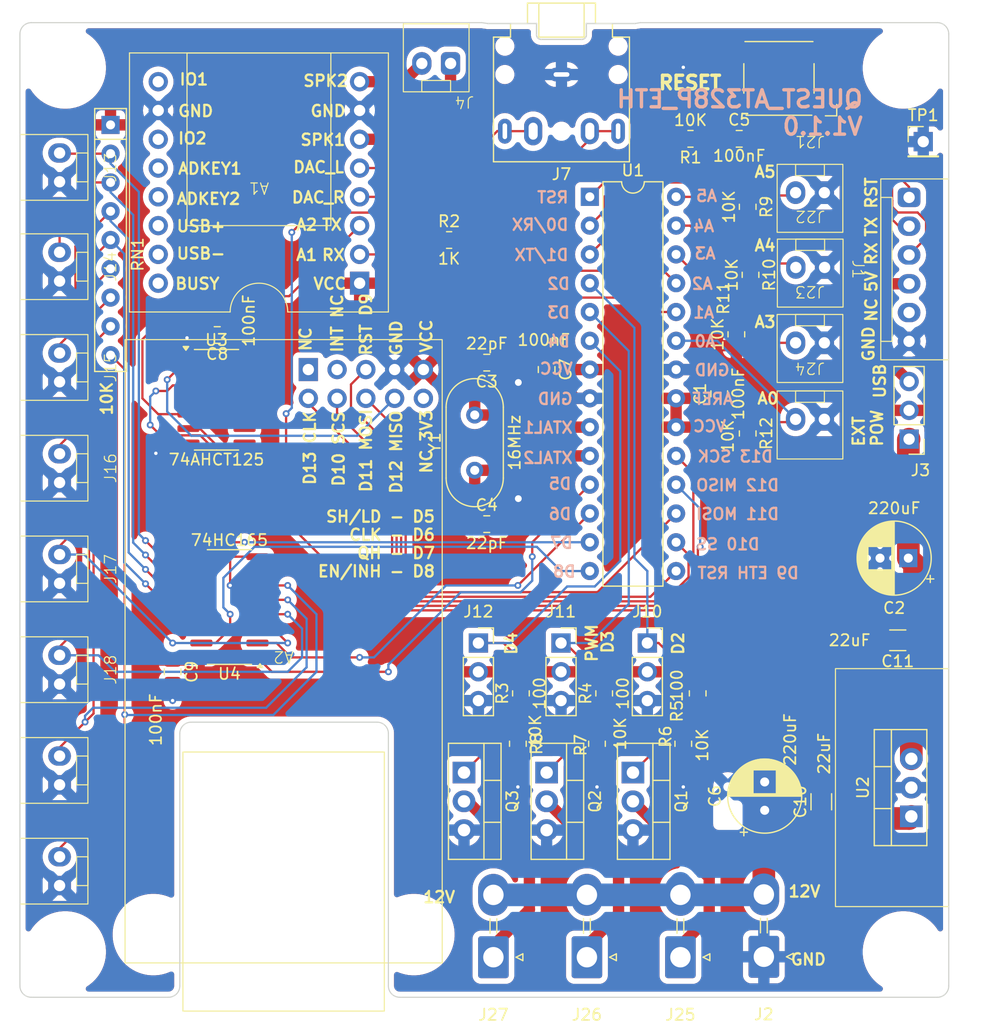
<source format=kicad_pcb>
(kicad_pcb (version 20240108) (generator "pcbnew") (generator_version "8.0")
  (layers (0 "F.Cu" signal) (31 "B.Cu" signal) (34 "B.Paste" user) (35 "F.Paste" user) (36 "B.SilkS" user "B.Silkscreen") (37 "F.SilkS" user "F.Silkscreen") (38 "B.Mask" user) (39 "F.Mask" user) (44 "Edge.Cuts" user))
  (net 0 "")
  (net 1 "GND")
  (net 3 "VCC")
  (net 4 "Net-(A1-SPK2)")
  (net 5 "Net-(A1-TX)")
  (net 8 "Net-(A1-DAC_L)")
  (net 9 "Net-(A1-DAC_R)")
  (net 11 "Net-(A1-RX)")
  (net 15 "Net-(A1-SPK1)")
  (net 16 "Net-(U1-XTAL1{slash}PB6)")
  (net 17 "Net-(U1-XTAL2{slash}PB7)")
  (net 18 "Net-(J1-Pin_1)")
  (net 20 "Net-(J1-Pin_3)")
  (net 21 "Net-(J1-Pin_2)")
  (net 22 "Net-(J1-Pin_4)")
  (net 23 "Net-(U1-PC1)")
  (net 25 "Net-(A2-RST)")
  (net 28 "Net-(A2-SCLK)")
  (net 29 "Net-(A2-MISO)")
  (net 30 "Net-(A2-MOSI)")
  (net 31 "Net-(A2-SCS)")
  (net 32 "Net-(U1-PC2)")
  (net 39 "Net-(J10-Pin_1)")
  (net 40 "Net-(J11-Pin_1)")
  (net 41 "Net-(J12-Pin_1)")
  (net 42 "Net-(J18-Pin_2)")
  (net 43 "Net-(J13-Pin_2)")
  (net 44 "Net-(J14-Pin_2)")
  (net 45 "Net-(J15-Pin_2)")
  (net 46 "Net-(J19-Pin_2)")
  (net 47 "Net-(J17-Pin_2)")
  (net 48 "Net-(J20-Pin_2)")
  (net 49 "Net-(J16-Pin_2)")
  (net 50 "Net-(U1-PD7)")
  (net 51 "Net-(U1-PB0)")
  (net 52 "Net-(U1-PD5)")
  (net 53 "Net-(U1-PD6)")
  (net 55 "Net-(J21-Pin_2)")
  (net 56 "Net-(J22-Pin_2)")
  (net 57 "Net-(J23-Pin_2)")
  (net 58 "Net-(J24-Pin_2)")
  (net 59 "Net-(J25-Pin_1)")
  (net 60 "Net-(J26-Pin_1)")
  (net 61 "Net-(J27-Pin_1)")
  (net 62 "Net-(Q1-G)")
  (net 63 "Net-(Q2-G)")
  (net 64 "Net-(Q3-G)")
  (net 65 "Net-(U1-~{RESET}{slash}PC6)")
  (net 66 "Net-(U1-PB4)")
  (net 67 "5VPowerOut")
  (net 68 "12VPowerIn")
  (footprint "Package_TO_SOT_THT:TO-220-3_Vertical" (layer "F.Cu") (at 56.205 90.17 -90)
    (property "Reference" "Q3")
    (property "Value" "IRLZ44N")
  )
  (footprint "Connector_Connfly:Connector_Connfly_P2.54_2P_R" (layer "F.Cu") (at 25.5 54.423 90)
    (property "Reference" "J15")
    (property "Value" "Conn_01x02" (hide yes))
  )
  (footprint "Connector_Connfly:Connector_Connfly_P2.54_2P_R" (layer "F.Cu") (at 25.5 81.093 90)
    (property "Reference" "J18")
    (property "Value" "Conn_01x02" (hide yes))
  )
  (footprint "MountingHole:MountingHole_3.2mm_M3" (layer "F.Cu") (at 95 106)
    (property "Reference" "REF**" (hide yes))
    (property "Value" "MountingHole_3.2mm_M3" (hide yes))
  )
  (footprint "Resistor_SMD:R_0805_2012Metric_Pad1.20x1.40mm_HandSolder" (layer "F.Cu") (at 67.945 87.63 -90)
    (property "Reference" "R7")
    (property "Value" "10K")
  )
  (footprint "Connector_Connfly:Connector_Connfly_P2.54_6P_R" (layer "F.Cu") (at 90.5 45.77 -90)
    (property "Reference" "J1")
    (property "Value" "Conn_01x06_Pin")
  )
  (footprint "Connector_PinHeader_2.54mm:PinHeader_1x03_P2.54mm_Vertical" (layer "F.Cu") (at 95.5 60.75 180)
    (property "Reference" "J3")
    (property "Value" "Conn_01x03_Pin")
  )
  (footprint "Connector_PinSocket_2.54mm:PinSocket_1x03_P2.54mm_Vertical" (layer "F.Cu") (at 57.475 78.74)
    (property "Reference" "J12")
    (property "Value" "Conn_01x03")
  )
  (footprint "Connector_Connfly:Connector_Connfly_P2.54_2P_R" (layer "F.Cu") (at 86.75 54 180)
    (property "Reference" "J24")
    (property "Value" "Conn_01x02")
  )
  (footprint "Capacitor_SMD:C_0805_2012Metric_Pad1.18x1.45mm_HandSolder" (layer "F.Cu") (at 78.74 56.75 90)
    (property "Reference" "C1")
    (property "Value" "100nF")
  )
  (footprint "Package_TO_SOT_THT:TO-220-3_Vertical" (layer "F.Cu") (at 71.12 90.17 -90)
    (property "Reference" "Q1")
    (property "Value" "IRLZ44N")
  )
  (footprint "Resistor_SMD:R_0805_2012Metric_Pad1.20x1.40mm_HandSolder" (layer "F.Cu") (at 81.25 40.25 -90)
    (property "Reference" "R9")
    (property "Value" "10K")
  )
  (footprint "Resistor_SMD:R_0805_2012Metric_Pad1.20x1.40mm_HandSolder" (layer "F.Cu") (at 75.565 87.63 -90)
    (property "Reference" "R6")
    (property "Value" "10K")
  )
  (footprint "Resistor_SMD:R_0805_2012Metric_Pad1.20x1.40mm_HandSolder" (layer "F.Cu") (at 76.2 34.25 180)
    (property "Reference" "R1")
    (property "Value" "10K")
  )
  (footprint "MountingHole:MountingHole_3.2mm_M3" (layer "F.Cu") (at 95 28)
    (property "Reference" "REF**" (hide yes))
    (property "Value" "MountingHole_3.2mm_M3" (hide yes))
  )
  (footprint "Capacitor_SMD:C_1206_3216Metric" (layer "F.Cu") (at 87.75 92.75 90)
    (property "Reference" "C10")
    (property "Value" "22uF")
  )
  (footprint "Package_SO:SOIC-14_3.9x8.7mm_P1.27mm" (layer "F.Cu") (at 34.355 57.277)
    (property "Reference" "U3")
    (property "Value" "74AHCT125")
  )
  (footprint "Connector_Connfly:Connector_Connfly_P2.54_2P_R" (layer "F.Cu") (at 25.5 36.77 90)
    (property "Reference" "J13")
    (property "Value" "Conn_01x02" (hide yes))
  )
  (footprint "Connector_Connfly:Connector_Connfly_P2.54_2P_R" (layer "F.Cu") (at 25.5 89.983 90)
    (property "Reference" "J19" (hide yes))
    (property "Value" "Conn_01x02" (hide yes))
  )
  (footprint "Capacitor_SMD:C_0805_2012Metric_Pad1.18x1.45mm_HandSolder" (layer "F.Cu") (at 58.2125 54 180)
    (property "Reference" "C3")
    (property "Value" "22pF")
  )
  (footprint "Connector_Connfly:Connector_Connfly_P2.54_2P_R" (layer "F.Cu") (at 25.5 45.533 90)
    (property "Reference" "J14")
    (property "Value" "Conn_01x02" (hide yes))
  )
  (footprint "MountingHole:MountingHole_3.2mm_M3" (layer "F.Cu") (at 21 28)
    (property "Reference" "REF**" (hide yes))
    (property "Value" "MountingHole_3.2mm_M3" (hide yes))
  )
  (footprint "Connector_Connfly:Connector_Connfly_P2.54_2P_R" (layer "F.Cu") (at 25.5 98.873 90)
    (property "Reference" "J20" (hide yes))
    (property "Value" "Conn_01x02" (hide yes))
  )
  (footprint "Connector_Connfly:Connector_Connfly_P2.54_2P_R" (layer "F.Cu") (at 25.5 63.313 90)
    (property "Reference" "J16")
    (property "Value" "Conn_01x02" (hide yes))
  )
  (footprint "Capacitor_SMD:C_0805_2012Metric_Pad1.18x1.45mm_HandSolder" (layer "F.Cu") (at 34.417 51.562 180)
    (property "Reference" "C8")
    (property "Value" "100nF")
  )
  (footprint "Button_Switch_SMD:SW_SPST_Omron_B3FS-100xP" (layer "F.Cu") (at 84.01 28.92 180)
    (property "Reference" "SW1" (hide yes))
    (property "Value" "SW_Omron_B3FS" (hide yes))
  )
  (footprint "Package_DIP:DIP-28_W7.62mm" (layer "F.Cu") (at 67.31 39.37)
    (property "Reference" "U1")
    (property "Value" "ATmega328P-P")
  )
  (footprint "Crystal:Crystal_HC49-U_Vertical" (layer "F.Cu") (at 57.15 63.5 90)
    (property "Reference" "Y1")
    (property "Value" "16MHz")
  )
  (footprint "Capacitor_SMD:C_0805_2012Metric_Pad1.18x1.45mm_HandSolder" (layer "F.Cu") (at 30.48 81.28 -90)
    (property "Reference" "C9")
    (property "Value" "100nF")
  )
  (footprint "Resistor_SMD:R_0805_2012Metric_Pad1.20x1.40mm_HandSolder" (layer "F.Cu") (at 60.96 87.63 -90)
    (property "Reference" "R8")
    (property "Value" "10K")
  )
  (footprint "Connector_PinSocket_2.54mm:PinSocket_1x03_P2.54mm_Vertical" (layer "F.Cu") (at 72.39 78.74)
    (property "Reference" "J10")
    (property "Value" "Conn_01x03")
  )
  (footprint "Connector_Connfly:Connector_Connfly_P2.54_2P" (layer "F.Cu") (at 53.75 22.6 180)
    (property "Reference" "J4")
    (property "Value" "Conn_01x02")
  )
  (footprint "Resistor_SMD:R_0805_2012Metric_Pad1.20x1.40mm_HandSolder" (layer "F.Cu") (at 68.58 83.185 90)
    (property "Reference" "R4")
    (property "Value" "100")
  )
  (footprint "Connector_PinSocket_2.54mm:PinSocket_1x03_P2.54mm_Vertical" (layer "F.Cu") (at 64.77 78.74)
    (property "Reference" "J11")
    (property "Value" "Conn_01x03")
  )
  (footprint "Resistor_THT:R_Array_SIP9" (layer "F.Cu") (at 25 33.02 -90)
    (property "Reference" "RN1")
    (property "Value" "10K" (hide yes))
  )
  (footprint "Capacitor_SMD:C_1206_3216Metric" (layer "F.Cu") (at 94.5 78.5 180)
    (property "Reference" "C11")
    (property "Value" "22uF")
  )
  (footprint "Connector_Connfly:Connector_Connfly_P2.54_2P_R" (layer "F.Cu") (at 86.75 34 180)
    (property "Reference" "J21")
    (property "Value" "Conn_01x02")
  )
  (footprint "Connector_Audio:Jack_3.5mm_CUI_SJ1-3525N_Horizontal" (layer "F.Cu") (at 64.81 28.575 180)
    (property "Reference" "J7")
    (property "Value" "AudioJack3_SwitchTR")
    (fp_line (start 2.2 4.5) (end 6.5 4.5) (stroke (width 0.12)) (layer "Edge.Cuts"))
    (fp_line (start 2.2 3.5) (end 2.2 4.5) (stroke (width 0.12)) (layer "Edge.Cuts"))
    (fp_line (start 1.8 3.1) (end -1.8 3.1) (stroke (width 0.12)) (layer "Edge.Cuts"))
    (fp_line (start -2.2 4.5) (end -6.5 4.5) (stroke (width 0.12)) (layer "Edge.Cuts"))
    (fp_line (start -2.2 3.5) (end -2.2 4.5) (stroke (width 0.12)) (layer "Edge.Cuts"))
    (fp_arc (start 1.8 3.1) (mid 2.082843 3.217157) (end 2.2 3.5) (stroke (width 0.12)) (layer "Edge.Cuts"))
    (fp_arc (start -2.2 3.5) (mid -2.082842 3.217158) (end -1.8 3.1) (stroke (width 0.12)) (layer "Edge.Cuts"))
  )
  (footprint "MountingHole:MountingHole_3.2mm_M3" (layer "F.Cu") (at 21 106)
    (property "Reference" "REF**" (hide yes))
    (property "Value" "MountingHole_3.2mm_M3" (hide yes))
  )
  (footprint "Wiznet:W5500Module" (layer "F.Cu") (at 40.28 79.47 180)
    (property "Reference" "A2")
    (property "Value" "~")
  )
  (footprint "Connector_Molex:Molex_Mini-Fit_Jr_5569-02A2_2x01_P4.20mm_Horizontal_Hanging" (layer "F.Cu") (at 67.056 106.465 180)
    (property "Reference" "J26")
    (property "Value" "Conn_02x01")
  )
  (footprint "Capacitor_THT:CP_Radial_D6.3mm_P2.50mm" (layer "F.Cu") (at 82.75 93.5 90)
    (property "Reference" "C6")
    (property "Value" "220uF")
  )
  (footprint "Resistor_SMD:R_0805_2012Metric_Pad1.20x1.40mm_HandSolder" (layer "F.Cu") (at 80.25 51.5 -90)
    (property "Reference" "R11")
    (property "Value" "10K")
  )
  (footprint "Capacitor_SMD:C_0805_2012Metric_Pad1.18x1.45mm_HandSolder" (layer "F.Cu") (at 58.2125 68.25)
    (property "Reference" "C4")
    (property "Value" "22pF")
  )
  (footprint "Resistor_SMD:R_0805_2012Metric_Pad1.20x1.40mm_HandSolder" (layer "F.Cu") (at 54.89 43.18)
    (property "Reference" "R2")
    (property "Value" "1K")
  )
  (footprint "Connector_PinHeader_2.54mm:PinHeader_1x01_P2.54mm_Vertical" (layer "F.Cu") (at 96.75 34.5)
    (property "Reference" "TP1")
    (property "Value" "TestPoint_Probe")
  )
  (footprint "Package_TO_SOT_THT:TO-220-3_Vertical" (layer "F.Cu") (at 95.695 94.04 90)
    (property "Reference" "U2")
    (property "Value" "LM7805_TO220")
  )
  (footprint "Package_SO:SOIC-16_3.9x9.9mm_P1.27mm" (layer "F.Cu") (at 35.495 75.565 180)
    (property "Reference" "U4")
    (property "Value" "74HC165")
  )
  (footprint "Resistor_SMD:R_0805_2012Metric_Pad1.20x1.40mm_HandSolder" (layer "F.Cu") (at 76.835 83.185 90)
    (property "Reference" "R5")
    (property "Value" "100")
  )
  (footprint "Connector_Connfly:Connector_Connfly_P2.54_2P_R" (layer "F.Cu") (at 25.5 72.203 90)
    (property "Reference" "J17")
    (property "Value" "Conn_01x02" (hide yes))
  )
  (footprint "Connector_Molex:Molex_Mini-Fit_Jr_5569-02A2_2x01_P4.20mm_Horizontal_Hanging" (layer "F.Cu") (at 75.311 106.465 180)
    (property "Reference" "J25")
    (property "Value" "Conn_02x01")
  )
  (footprint "Capacitor_THT:CP_Radial_D6.3mm_P2.50mm" (layer "F.Cu") (at 95.43238 71.25 180)
    (property "Reference" "C2")
    (property "Value" "220uF")
  )
  (footprint "Connector_Connfly:Connector_Connfly_P2.54_2P_R" (layer "F.Cu") (at 86.77 40.6 180)
    (property "Reference" "J22")
    (property "Value" "Conn_01x02")
  )
  (footprint "Resistor_SMD:R_0805_2012Metric_Pad1.20x1.40mm_HandSolder" (layer "F.Cu") (at 61.23 83.185 90)
    (property "Reference" "R3")
    (property "Value" "100")
  )
  (footprint "Package_TO_SOT_THT:TO-220-3_Vertical" (layer "F.Cu") (at 63.5 90.17 -90)
    (property "Reference" "Q2")
    (property "Value" "IRLZ44N")
  )
  (footprint "Resistor_SMD:R_0805_2012Metric_Pad1.20x1.40mm_HandSolder" (layer "F.Cu") (at 81.25 60.25 -90)
    (property "Reference" "R12")
    (property "Value" "10K")
  )
  (footprint "Capacitor_SMD:C_0805_2012Metric_Pad1.18x1.45mm_HandSolder" (layer "F.Cu") (at 80.5 34.25)
    (property "Reference" "C5")
    (property "Value" "100nF")
  )
  (footprint "Resistor_SMD:R_0805_2012Metric_Pad1.20x1.40mm_HandSolder" (layer "F.Cu") (at 81.5 46.25 -90)
    (property "Reference" "R10")
    (property "Value" "10K")
  )
  (footprint "Capacitor_SMD:C_0805_2012Metric_Pad1.18x1.45mm_HandSolder" (layer "F.Cu") (at 63.5 54.61 -90)
    (property "Reference" "C7")
    (property "Value" "100nF")
  )
  (footprint "Connector_Molex:Molex_Mini-Fit_Jr_5569-02A2_2x01_P4.20mm_Horizontal_Hanging" (layer "F.Cu") (at 58.801 106.465 180)
    (property "Reference" "J27")
    (property "Value" "Conn_02x01")
  )
  (footprint "Connector_Molex:Molex_Mini-Fit_Jr_5569-02A2_2x01_P4.20mm_Horizontal_Hanging" (layer "F.Cu") (at 82.677 106.426 180)
    (property "Reference" "J2")
    (property "Value" "Conn_02x01")
  )
  (footprint "DFPlayer:DFPLayerMini" (layer "F.Cu") (at 38.1 38.1 180)
    (property "Reference" "A1")
    (property "Value" "~")
  )
  (footprint "Connector_Connfly:Connector_Connfly_P2.54_2P_R" (layer "F.Cu") (at 86.75 47.25 180)
    (property "Reference" "J23")
    (property "Value" "Conn_01x02")
  )
  (gr_rect (start 89 81) (end 99 102) (stroke (width 0.1)) (fill none) (layer "F.SilkS"))
  (gr_arc (start 17 25) (mid 17.292893 24.292893) (end 18 24) (stroke (width 0.1)) (layer "Edge.Cuts"))
  (gr_arc (start 31.115 109) (mid 30.822107 109.707107) (end 30.115 110) (stroke (width 0.1)) (layer "Edge.Cuts"))
  (gr_arc (start 48.53 85.725) (mid 49.237107 86.017893) (end 49.53 86.725) (stroke (width 0.1)) (layer "Edge.Cuts"))
  (gr_arc (start 99 109) (mid 98.707107 109.707107) (end 98 110) (stroke (width 0.1)) (layer "Edge.Cuts"))
  (gr_arc (start 18 110) (mid 17.292893 109.707107) (end 17 109) (stroke (width 0.1)) (layer "Edge.Cuts"))
  (gr_arc (start 50.53 110) (mid 49.822893 109.707107) (end 49.53 109) (stroke (width 0.1)) (layer "Edge.Cuts"))
  (gr_line (start 49.53 109) (end 49.53 86.725) (stroke (width 0.1)) (layer "Edge.Cuts"))
  (gr_line (start 18 24) (end 57.785 24) (stroke (width 0.1)) (layer "Edge.Cuts"))
  (gr_line (start 17 109) (end 17 25) (stroke (width 0.1)) (layer "Edge.Cuts"))
  (gr_line (start 57.785 24) (end 58.31 24.075) (stroke (width 0.1)) (layer "Edge.Cuts"))
  (gr_line (start 71.755 24) (end 71.31 24.075) (stroke (width 0.1)) (layer "Edge.Cuts"))
  (gr_line (start 99 25) (end 99 109) (stroke (width 0.1)) (layer "Edge.Cuts"))
  (gr_line (start 98 110) (end 50.53 110) (stroke (width 0.1)) (layer "Edge.Cuts"))
  (gr_arc (start 31.115 86.725) (mid 31.407893 86.017893) (end 32.115 85.725) (stroke (width 0.1)) (layer "Edge.Cuts"))
  (gr_line (start 31.115 109) (end 31.115 86.725) (stroke (width 0.1)) (layer "Edge.Cuts"))
  (gr_line (start 18 110) (end 30.115 110) (stroke (width 0.1)) (layer "Edge.Cuts"))
  (gr_line (start 32.115 85.725) (end 48.53 85.725) (stroke (width 0.1)) (layer "Edge.Cuts"))
  (gr_arc (start 98 24) (mid 98.707107 24.292893) (end 99 25) (stroke (width 0.1)) (layer "Edge.Cuts"))
  (gr_line (start 98 24) (end 71.755 24) (stroke (width 0.1)) (layer "Edge.Cuts"))
  (gr_text "XTAL2" (at 65.913 62.992 0) (layer "B.SilkS") (effects (font (size 1 1) (thickness 0.2) (bold yes)) (justify left bottom mirror)))
  (gr_text "D5" (at 65.786 65.278 0) (layer "B.SilkS") (effects (font (size 1 1) (thickness 0.2) (bold yes)) (justify left bottom mirror)))
  (gr_text "D4" (at 65.659 52.705 0) (layer "B.SilkS") (effects (font (size 1 1) (thickness 0.2) (bold yes)) (justify left bottom mirror)))
  (gr_text "D3" (at 65.659 50.165 0) (layer "B.SilkS") (effects (font (size 1 1) (thickness 0.2) (bold yes)) (justify left bottom mirror)))
  (gr_text "D10 SS" (at 76.581 70.612 0) (layer "B.SilkS") (effects (font (size 1 1) (thickness 0.2) (bold yes)) (justify right bottom mirror)))
  (gr_text "XTAL1" (at 65.913 60.325 0) (layer "B.SilkS") (effects (font (size 1 1) (thickness 0.2) (bold yes)) (justify left bottom mirror)))
  (gr_text "RST" (at 65.532 40.005 0) (layer "B.SilkS") (effects (font (size 1 1) (thickness 0.2) (bold yes)) (justify left bottom mirror)))
  (gr_text "D6" (at 65.786 67.945 0) (layer "B.SilkS") (effects (font (size 1 1) (thickness 0.2) (bold yes)) (justify left bottom mirror)))
  (gr_text "A3" (at 76.454 44.958 0) (layer "B.SilkS") (effects (font (size 1 1) (thickness 0.2) (bold yes)) (justify right bottom mirror)))
  (gr_text "VCC" (at 65.913 55.118 0) (layer "B.SilkS") (effects (font (size 1 1) (thickness 0.2) (bold yes)) (justify left bottom mirror)))
  (gr_text "D12 MISO" (at 76.581 65.405 0) (layer "B.SilkS") (effects (font (size 1 1) (thickness 0.2) (bold yes)) (justify right bottom mirror)))
  (gr_text "AREF" (at 76.2 57.785 0) (layer "B.SilkS") (effects (font (size 1 1) (thickness 0.2) (bold yes)) (justify right bottom mirror)))
  (gr_text "A0" (at 76.454 52.705 0) (layer "B.SilkS") (effects (font (size 1 1) (thickness 0.2) (bold yes)) (justify right bottom mirror)))
  (gr_text "D11 MOSI" (at 76.581 67.945 0) (layer "B.SilkS") (effects (font (size 1 1) (thickness 0.2) (bold yes)) (justify right bottom mirror)))
  (gr_text "D1/TX" (at 65.532 45.085 0) (layer "B.SilkS") (effects (font (size 1 1) (thickness 0.2) (bold yes)) (justify left bottom mirror)))
  (gr_text "A2" (at 76.2 47.625 0) (layer "B.SilkS") (effects (font (size 1 1) (thickness 0.2) (bold yes)) (justify right bottom mirror)))
  (gr_text "D0/RX" (at 65.532 42.418 0) (layer "B.SilkS") (effects (font (size 1 1) (thickness 0.2) (bold yes)) (justify left bottom mirror)))
  (gr_text "A5" (at 76.581 39.878 0) (layer "B.SilkS") (effects (font (size 1 1) (thickness 0.2) (bold yes)) (justify right bottom mirror)))
  (gr_text "D9 ETH RST" (at 76.708 73.152 0) (layer "B.SilkS") (effects (font (size 1 1) (thickness 0.2) (bold yes)) (justify right bottom mirror)))
  (gr_text "D13 SCK" (at 76.708 62.865 0) (layer "B.SilkS") (effects (font (size 1 1) (thickness 0.2) (bold yes)) (justify right bottom mirror)))
  (gr_text "A4" (at 76.327 42.545 0) (layer "B.SilkS") (effects (font (size 1 1) (thickness 0.2) (bold yes)) (justify right bottom mirror)))
  (gr_text "D8" (at 66.167 73.025 0) (layer "B.SilkS") (effects (font (size 1 1) (thickness 0.2) (bold yes)) (justify left bottom mirror)))
  (gr_text "VCC" (at 76.327 60.198 0) (layer "B.SilkS") (effects (font (size 1 1) (thickness 0.2) (bold yes)) (justify right bottom mirror)))
  (gr_text "QUEST_AT328P_ETH\nV1.1.0" (at 91.567 34.036 0) (layer "B.SilkS") (effects (font (size 1.5 1.5) (thickness 0.3) (bold yes)) (justify left bottom mirror)))
  (gr_text "D2" (at 65.659 47.625 0) (layer "B.SilkS") (effects (font (size 1 1) (thickness 0.2) (bold yes)) (justify left bottom mirror)))
  (gr_text "A1" (at 76.327 50.165 0) (layer "B.SilkS") (effects (font (size 1 1) (thickness 0.2) (bold yes)) (justify right bottom mirror)))
  (gr_text "GND" (at 76.454 55.245 0) (layer "B.SilkS") (effects (font (size 1 1) (thickness 0.2) (bold yes)) (justify right bottom mirror)))
  (gr_text "D7" (at 65.913 70.485 0) (layer "B.SilkS") (effects (font (size 1 1) (thickness 0.2) (bold yes)) (justify left bottom mirror)))
  (gr_text "GND" (at 65.913 57.785 0) (layer "B.SilkS") (effects (font (size 1 1) (thickness 0.2) (bold yes)) (justify left bottom mirror)))
  (gr_text "GND" (at 50.8 53.467 90) (layer "F.SilkS") (effects (font (size 1 1) (thickness 0.2) (bold yes)) (justify left bottom)))
  (gr_text "NC" (at 92.75 50.5 90) (layer "F.SilkS") (effects (font (size 1 1) (thickness 0.2) (bold yes)) (justify left bottom)))
  (gr_text "GND" (at 30.861 32.385 0) (layer "F.SilkS") (effects (font (size 1 1) (thickness 0.2) (bold yes)) (justify left bottom)))
  (gr_text "TX" (at 92.75 43 90) (layer "F.SilkS") (effects (font (size 1 1) (thickness 0.2) (bold yes)) (justify left bottom)))
  (gr_text "RX" (at 92.75 45.5 90) (layer "F.SilkS") (effects (font (size 1 1) (thickness 0.2) (bold yes)) (justify left bottom)))
  (gr_text "GND" (at 92.5 54 90) (layer "F.SilkS") (effects (font (size 1 1) (thickness 0.2) (bold yes)) (justify left bottom)))
  (gr_text "USB+" (at 30.734 42.545 0) (layer "F.SilkS") (effects (font (size 1 1) (thickness 0.2) (bold yes)) (justify left bottom)))
  (gr_text "NC 3V3" (at 53.467 63.881 90) (layer "F.SilkS") (effects (font (size 1 1) (thickness 0.2) (bold yes)) (justify left bottom)))
  (gr_text "10K" (at 25.25 58.75 90) (layer "F.SilkS") (effects (font (size 1 1) (thickness 0.2) (bold yes)) (justify left bottom)))
  (gr_text "PWM" (at 68.072 80.518 90) (layer "F.SilkS") (effects (font (size 1 1) (thickness 0.2) (bold yes)) (justify left bottom)))
  (gr_text "GND" (at 42.545 32.385 0) (layer "F.SilkS") (effects (font (size 1 1) (thickness 0.2) (bold yes)) (justify left bottom)))
  (gr_text "DAC_R" (at 40.894 40.005 0) (layer "F.SilkS") (effects (font (size 1 1) (thickness 0.2) (bold yes)) (justify left bottom)))
  (gr_text "D12 MISO" (at 50.8 65.659 90) (layer "F.SilkS") (effects (font (size 1 1) (thickness 0.2) (bold yes)) (justify left bottom)))
  (gr_text "RESET\n" (at 73.25 30 0) (layer "F.SilkS") (effects (font (size 1.2 1.2) (thickness 0.3) (bold yes)) (justify left bottom)))
  (gr_text "VCC" (at 42.799 47.625 0) (layer "F.SilkS") (effects (font (size 1 1) (thickness 0.2) (bold yes)) (justify left bottom)))
  (gr_text "BUSY" (at 30.607 47.625 0) (layer "F.SilkS") (effects (font (size 1 1) (thickness 0.2) (bold yes)) (justify left bottom)))
  (gr_text "A5" (at 81.75 37.75 0) (layer "F.SilkS") (effects (font (size 1 1) (thickness 0.2) (bold yes)) (justify left bottom)))
  (gr_text "RX" (at 43.561 45.085 0) (layer "F.SilkS") (effects (font (size 1 1) (thickness 0.2) (bold yes)) (justify left bottom)))
  (gr_text "ADKEY2" (at 30.734 40.132 0) (layer "F.SilkS") (effects (font (size 1 1) (thickness 0.2) (bold yes)) (justify left bottom)))
  (gr_text "12V" (at 84.75 101.25 0) (layer "F.SilkS") (effects (font (size 1 1) (thickness 0.2) (bold yes)) (justify left bottom)))
  (gr_text "D3" (at 69.469 79.756 90) (layer "F.SilkS") (effects (font (size 1 1) (thickness 0.2) (bold yes)) (justify left bottom)))
  (gr_text "5V" (at 92.75 47.879 90) (layer "F.SilkS") (effects (font (size 1 1) (thickness 0.2) (bold yes)) (justify left bottom)))
  (gr_text "SPK2" (at 41.91 29.718 0) (layer "F.SilkS") (effects (font (size 1 1) (thickness 0.2) (bold yes)) (justify left bottom)))
  (gr_text "USB-" (at 30.734 44.958 0) (layer "F.SilkS") (effects (font (size 1 1) (thickness 0.2) (bold yes)) (justify left bottom)))
  (gr_text "GND" (at 84.955 107.25 0) (layer "F.SilkS") (effects (font (size 1 1) (thickness 0.2) (bold yes)) (justify left bottom)))
  (gr_text "A4" (at 81.75 44.25 0) (layer "F.SilkS") (effects (font (size 1 1) (thickness 0.2) (bold yes)) (justify left bottom)))
  (gr_text "D4" (at 60.96 79.883 90) (layer "F.SilkS") (effects (font (size 1 1) (thickness 0.2) (bold yes)) (justify left bottom)))
  (gr_text "D10 SCS" (at 45.72 65.024 90) (layer "F.SilkS") (effects (font (size 1 1) (thickness 0.2) (bold yes)) (justify left bottom)))
  (gr_text "USB" (at 93.5 57.25 90) (layer "F.SilkS") (effects (font (size 1 1) (thickness 0.2) (bold yes)) (justify left bottom)))
  (gr_text "INT NC" (at 45.593 53.213 90) (layer "F.SilkS") (effects (font (size 1 1) (thickness 0.2) (bold yes)) (justify left bottom)))
  (gr_text "D2" (at 75.692 79.883 90) (layer "F.SilkS") (effects (font (size 1 1) (thickness 0.2) (bold yes)) (justify left bottom)))
  (gr_text "EXT\nPOW" (at 93.25 61.5 90) (layer "F.SilkS") (effects (font (size 1 1) (thickness 0.2) (bold yes)) (justify left bottom)))
  (gr_text "SPK1" (at 41.656 34.925 0) (layer "F.SilkS") (effects (font (size 1 1) (thickness 0.2) (bold yes)) (justify left bottom)))
  (gr_text "TX" (at 43.561 42.418 0) (layer "F.SilkS") (effects (font (size 1 1) (thickness 0.2) (bold yes)) (justify left bottom)))
  (gr_text "IO1" (at 30.988 29.591 0) (layer "F.SilkS") (effects (font (size 1 1) (thickness 0.2) (bold yes)) (justify left bottom)))
  (gr_text "IO2" (at 30.861 34.798 0) (layer "F.SilkS") (effects (font (size 1 1) (thickness 0.2) (bold yes)) (justify left bottom)))
  (gr_text "D11 MOSI" (at 48.133 65.532 90) (layer "F.SilkS") (effects (font (size 1 1) (thickness 0.2) (bold yes)) (justify left bottom)))
  (gr_text "RST D9" (at 48.133 53.467 90) (layer "F.SilkS") (effects (font (size 1 1) (thickness 0.2) (bold yes)) (justify left bottom)))
  (gr_text "A3" (at 81.75 51 0) (layer "F.SilkS") (effects (font (size 1 1) (thickness 0.2) (bold yes)) (justify left bottom)))
  (gr_text "NC" (at 42.799 53.086 90) (layer "F.SilkS") (effects (font (size 1 1) (thickness 0.2) (bold yes)) (justify left bottom)))
  (gr_text "VCC" (at 53.467 53.213 90) (layer "F.SilkS") (effects (font (size 1 1) (thickness 0.2) (bold yes)) (justify left bottom)))
  (gr_text "12V" (at 52.5 101.75 0) (layer "F.SilkS") (effects (font (size 1 1) (thickness 0.2) (bold yes)) (justify left bottom)))
  (gr_text "A2" (at 41.275 42.418 0) (layer "F.SilkS") (effects (font (size 1 1) (thickness 0.2) (bold yes)) (justify left bottom)))
  (gr_text "D13 CLK" (at 43.18 64.897 90) (layer "F.SilkS") (effects (font (size 1 1) (thickness 0.2) (bold yes)) (justify left bottom)))
  (gr_text "A1" (at 41.275 45.085 0) (layer "F.SilkS") (effects (font (size 1 1) (thickness 0.2) (bold yes)) (justify left bottom)))
  (gr_text "SH/LD - D5\nCLK - D6\nQH - D7\nEN/INH - D8" (at 53.75 73 0) (layer "F.SilkS") (effects (font (size 1 1) (thickness 0.2) (bold yes)) (justify right bottom)))
  (gr_text "RST" (at 92.75 40.513 90) (layer "F.SilkS") (effects (font (size 1 1) (thickness 0.2) (bold yes)) (justify left bottom)))
  (gr_text "DAC_L" (at 41.021 37.338 0) (layer "F.SilkS") (effects (font (size 1 1) (thickness 0.2) (bold yes)) (justify left bottom)))
  (gr_text "A0" (at 82 57.75 0) (layer "F.SilkS") (effects (font (size 1 1) (thickness 0.2) (bold yes)) (justify left bottom)))
  (gr_text "ADKEY1" (at 30.861 37.465 0) (layer "F.SilkS") (effects (font (size 1 1) (thickness 0.2) (bold yes)) (justify left bottom)))
  (segment (start 29.913 61.087) (end 29 62) (width 0.2) (layer "F.Cu") (net 1))
  (segment (start 31.88 53.467) (end 32.854999 53.467) (width 0.2) (layer "F.Cu") (net 1))
  (segment (start 75.565 88.63) (end 75.565 91.44) (width 0.2) (layer "F.Cu") (net 1))
  (segment (start 32.004 51.562) (end 31.75 51.816) (width 0.2) (layer "F.Cu") (net 1))
  (segment (start 59.25 68.25) (end 59.25 67.75) (width 1) (layer "F.Cu") (net 1))
  (segment (start 35.56 71.12) (end 35.56 73.66) (width 0.2) (layer "F.Cu") (net 1))
  (segment (start 32.854999 53.467) (end 33.5 54.112001) (width 0.2) (layer "F.Cu") (net 1))
  (segment (start 32.854999 57.277) (end 31.88 57.277) (width 0.2) (layer "F.Cu") (net 1))
  (segment (start 76.835 26.67) (end 75.565 27.94) (width 0.2) (layer "F.Cu") (net 1))
  (segment (start 61 55.75) (end 63.3975 55.75) (width 1) (layer "F.Cu") (net 1))
  (segment (start 80.01 26.67) (end 76.835 26.67) (width 0.2) (layer "F.Cu") (net 1))
  (segment (start 31.88 51.946) (end 31.75 51.816) (width 0.2) (layer "F.Cu") (net 1))
  (segment (start 67.31 57.15) (end 66.04 57.15) (width 1) (layer "F.Cu") (net 1))
  (segment (start 60.96 88.63) (end 60.96 91.44) (width 0.2) (layer "F.Cu") (net 1))
  (segment (start 34.29 72.39) (end 35.56 71.12) (width 0.2) (layer "F.Cu") (net 1))
  (segment (start 33.5 56.631999) (end 32.854999 57.277) (width 0.2) (layer "F.Cu") (net 1))
  (segment (start 87.75 91.275) (end 83.025 91.275) (width 1) (layer "F.Cu") (net 1))
  (segment (start 59.25 67.75) (end 61 66) (width 1) (layer "F.Cu") (net 1))
  (segment (start 59.25 54) (end 61 55.75) (width 1) (layer "F.Cu") (net 1))
  (segment (start 30.48 82.3175) (end 30.48 83.82) (width 0.2) (layer "F.Cu") (net 1))
  (segment (start 33.3795 51.562) (end 32.004 51.562) (width 0.2) (layer "F.Cu") (net 1))
  (segment (start 67.945 88.63) (end 67.945 91.44) (width 0.2) (layer "F.Cu") (net 1))
  (segment (start 77.6375 54.61) (end 78.74 55.7125) (width 1) (layer "F.Cu") (net 1))
  (segment (start 66.04 57.15) (end 64.975 56.085) (width 1) (layer "F.Cu") (net 1))
  (segment (start 33.5 54.112001) (end 33.5 56.631999) (width 0.2) (layer "F.Cu") (net 1))
  (segment (start 63.3975 55.75) (end 63.5 55.6475) (width 1) (layer "F.Cu") (net 1))
  (segment (start 64.975 56.085) (end 63.5 56.085) (width 1) (layer "F.Cu") (net 1))
  (segment (start 33.02 72.39) (end 34.29 72.39) (width 0.2) (layer "F.Cu") (net 1))
  (segment (start 31.88 61.087) (end 29.913 61.087) (width 0.2) (layer "F.Cu") (net 1))
  (segment (start 74.93 54.61) (end 77.6375 54.61) (width 1) (layer "F.Cu") (net 1))
  (segment (start 83.025 91.275) (end 82.75 91) (width 1) (layer "F.Cu") (net 1))
  (segment (start 37.97 71.12) (end 35.56 71.12) (width 0.2) (layer "F.Cu") (net 1))
  (segment (start 88.01 26.67) (end 80.01 26.67) (width 0.2) (layer "F.Cu") (net 1))
  (segment (start 31.88 53.467) (end 31.88 51.946) (width 0.2) (layer "F.Cu") (net 1))
  (via (at 60.96 91.44) (size 0.6) (drill 0.3) (layers "F.Cu" "B.Cu") (net 1))
  (via (at 75.565 91.44) (size 0.6) (drill 0.3) (layers "F.Cu" "B.Cu") (net 1))
  (via (at 61 55.75) (size 1.2) (drill 0.6) (layers "F.Cu" "B.Cu") (net 1))
  (via (at 75.565 27.94) (size 0.6) (drill 0.3) (layers "F.Cu" "B.Cu") (net 1))
  (via (at 61 66) (size 1.2) (drill 0.6) (layers "F.Cu" "B.Cu") (net 1))
  (via (at 30.48 83.82) (size 0.6) (drill 0.3) (layers "F.Cu" "B.Cu") (net 1))
  (via (at 67.945 91.44) (size 0.6) (drill 0.3) (layers "F.Cu" "B.Cu") (net 1))
  (via (at 35.56 73.66) (size 0.6) (drill 0.3) (layers "F.Cu" "B.Cu") (net 1))
  (via (at 29 62) (size 0.6) (drill 0.3) (layers "F.Cu" "B.Cu") (net 1))
  (via (at 31.75 51.816) (size 0.6) (drill 0.3) (layers "F.Cu" "B.Cu") (net 1))
  (segment (start 50.87 29.21) (end 52.48 27.6) (width 1) (layer "F.Cu") (net 4))
  (segment (start 46.99 29.21) (end 50.87 29.21) (width 1) (layer "F.Cu") (net 4))
  (segment (start 46.99 41.91) (end 40.767 48.133) (width 0.2) (layer "F.Cu") (net 5))
  (segment (start 29.21 58.547) (end 31.88 58.547) (width 0.2) (layer "F.Cu") (net 5))
  (segment (start 27.813 51.943) (end 27.813 57.15) (width 0.2) (layer "F.Cu") (net 5))
  (segment (start 27.813 57.15) (end 29.21 58.547) (width 0.2) (layer "F.Cu") (net 5))
  (segment (start 31.623 48.133) (end 27.813 51.943) (width 0.2) (layer "F.Cu") (net 5))
  (segment (start 40.767 48.133) (end 31.623 48.133) (width 0.2) (layer "F.Cu") (net 5))
  (segment (start 46.99 36.83) (end 55.88 36.83) (width 0.2) (layer "F.Cu") (net 8))
  (segment (start 55.88 36.83) (end 59.135 33.575) (width 0.2) (layer "F.Cu") (net 8))
  (segment (start 59.135 33.575) (end 59.81 33.575) (width 0.2) (layer "F.Cu") (net 8))
  (segment (start 59.81 33.575) (end 62.31 33.575) (width 0.2) (layer "F.Cu") (net 8))
  (segment (start 67.31 33.575) (end 69.81 33.575) (width 0.2) (layer "F.Cu") (net 9))
  (segment (start 46.99 39.37) (end 62.23 39.37) (width 0.2) (layer "F.Cu") (net 9))
  (segment (start 67.31 34.29) (end 67.31 33.575) (width 0.2) (layer "F.Cu") (net 9))
  (segment (start 62.23 39.37) (end 67.31 34.29) (width 0.2) (layer "F.Cu") (net 9))
  (segment (start 46.99 44.45) (end 52.07 44.45) (width 0.2) (layer "F.Cu") (net 11))
  (segment (start 52.07 44.45) (end 53.34 43.18) (width 0.2) (layer "F.Cu") (net 11))
  (segment (start 46.99 34.29) (end 53.96 34.29) (width 1) (layer "F.Cu") (net 15))
  (segment (start 53.96 34.29) (end 55.02 33.23) (width 1) (layer "F.Cu") (net 15))
  (segment (start 55.02 33.23) (end 55.02 27.6) (width 1) (layer "F.Cu") (net 15))
  (segment (start 63.1 59.69) (end 62.03 58.62) (width 1) (layer "F.Cu") (net 16))
  (segment (start 62.03 58.62) (end 57.15 58.62) (width 1) (layer "F.Cu") (net 16))
  (segment (start 67.31 59.69) (end 63.1 59.69) (width 1) (layer "F.Cu") (net 16))
  (segment (start 57.15 58.62) (end 57.15 54.0375) (width 1) (layer "F.Cu") (net 16))
  (segment (start 57.15 63.5) (end 57.15 68.4625) (width 1) (layer "F.Cu") (net 17))
  (segment (start 62.23 63.5) (end 63.5 62.23) (width 1) (layer "F.Cu") (net 17))
  (segment (start 57.15 63.5) (end 62.23 63.5) (width 1) (layer "F.Cu") (net 17))
  (segment (start 63.5 62.23) (end 67.31 62.23) (width 1) (layer "F.Cu") (net 17))
  (segment (start 91.25 34.25) (end 95.5 38.5) (width 0.2) (layer "F.Cu") (net 18))
  (segment (start 95.5 38.5) (end 95.5 39.42) (width 0.2) (layer "F.Cu") (net 18))
  (segment (start 81.5375 34.25) (end 91.25 34.25) (width 0.2) (layer "F.Cu") (net 18))
  (segment (start 94 38.55) (end 94 39.684314) (width 0.2) (layer "F.Cu") (net 20))
  (segment (start 96.25 40.75) (end 97 41.5) (width 0.2) (layer "F.Cu") (net 20))
  (segment (start 68.58 40.64) (end 68.58 39.37) (width 0.2) (layer "F.Cu") (net 20))
  (segment (start 68.58 39.37) (end 70.72 37.23) (width 0.2) (layer "F.Cu") (net 20))
  (segment (start 90.725 35.275) (end 94 38.55) (width 0.2) (layer "F.Cu") (net 20))
  (segment (start 77.87 37.23) (end 79.825 35.275) (width 0.2) (layer "F.Cu") (net 20))
  (segment (start 70.72 37.23) (end 77.87 37.23) (width 0.2) (layer "F.Cu") (net 20))
  (segment (start 94.01 39.694314) (end 94.01 40.26) (width 0.2) (layer "F.Cu") (net 20))
  (segment (start 94 39.684314) (end 94.01 39.694314) (width 0.2) (layer "F.Cu") (net 20))
  (segment (start 97 43) (end 95.5 44.5) (width 0.2) (layer "F.Cu") (net 20))
  (segment (start 97 41.5) (end 97 43) (width 0.2) (layer "F.Cu") (net 20))
  (segment (start 67.31 41.91) (end 68.58 40.64) (width 0.2) (layer "F.Cu") (net 20))
  (segment (start 94.5 40.75) (end 96.25 40.75) (width 0.2) (layer "F.Cu") (net 20))
  (segment (start 94.01 40.26) (end 94.5 40.75) (width 0.2) (layer "F.Cu") (net 20))
  (segment (start 79.825 35.275) (end 90.725 35.275) (width 0.2) (layer "F.Cu") (net 20))
  (segment (start 78.035686 37.63) (end 76.67 37.63) (width 0.2) (layer "F.Cu") (net 21))
  (segment (start 93.61 39.86) (end 93.61 40.97) (width 0.2) (layer "F.Cu") (net 21))
  (segment (start 76.2 38.1) (end 71.12 38.1) (width 0.2) (layer "F.Cu") (net 21))
  (segment (start 79.665686 36) (end 78.035686 37.63) (width 0.2) (layer "F.Cu") (net 21))
  (segment (start 93.61 40.97) (end 94.6 41.96) (width 0.2) (layer "F.Cu") (net 21))
  (segment (start 89.75 36) (end 79.665686 36) (width 0.2) (layer "F.Cu") (net 21))
  (segment (start 94.6 41.96) (end 95.5 41.96) (width 0.2) (layer "F.Cu") (net 21))
  (segment (start 69.85 39.37) (end 69.85 41.91) (width 0.2) (layer "F.Cu") (net 21))
  (segment (start 71.12 38.1) (end 69.85 39.37) (width 0.2) (layer "F.Cu") (net 21))
  (segment (start 93.61 39.86) (end 89.75 36) (width 0.2) (layer "F.Cu") (net 21))
  (segment (start 69.85 41.91) (end 67.31 44.45) (width 0.2) (layer "F.Cu") (net 21))
  (segment (start 76.67 37.63) (end 76.2 38.1) (width 0.2) (layer "F.Cu") (net 21))
  (segment (start 92.75 52.92) (end 92.75 48.25) (width 1) (layer "F.Cu") (net 22))
  (segment (start 92.75 48.25) (end 93.96 47.04) (width 1) (layer "F.Cu") (net 22))
  (segment (start 93.96 47.04) (end 95.5 47.04) (width 1) (layer "F.Cu") (net 22))
  (segment (start 95.5 55.67) (end 92.75 52.92) (width 1) (layer "F.Cu") (net 22))
  (segment (start 60.579 43.18) (end 65.659 48.26) (width 0.2) (layer "F.Cu") (net 23))
  (segment (start 65.659 48.26) (end 71.12 48.26) (width 0.2) (layer "F.Cu") (net 23))
  (segment (start 56.44 43.18) (end 60.579 43.18) (width 0.2) (layer "F.Cu") (net 23))
  (segment (start 71.12 48.26) (end 72.39 49.53) (width 0.2) (layer "F.Cu") (net 23))
  (segment (start 72.39 49.53) (end 74.93 49.53) (width 0.2) (layer "F.Cu") (net 23))
  (segment (start 46.228 55.922) (end 47.54 54.61) (width 0.2) (layer "F.Cu") (net 25))
  (segment (start 50.654 62.338) (end 46.228 57.912) (width 0.2) (layer "F.Cu") (net 25))
  (segment (start 51.234314 74.66) (end 50.654 74.079686) (width 0.2) (layer "F.Cu") (net 25))
  (segment (start 50.654 74.079686) (end 50.654 62.338) (width 0.2) (layer "F.Cu") (net 25))
  (segment (start 72.66 74.66) (end 51.234314 74.66) (width 0.2) (layer "F.Cu") (net 25))
  (segment (start 74.93 72.39) (end 72.66 74.66) (width 0.2) (layer "F.Cu") (net 25))
  (segment (start 46.228 57.912) (end 46.228 55.922) (width 0.2) (layer "F.Cu") (net 25))
  (segment (start 50.902942 75.46) (end 74.076686 75.46) (width 0.2) (layer "F.Cu") (net 28))
  (segment (start 42.46 57.573) (end 49.854 64.967) (width 0.2) (layer "F.Cu") (net 28))
  (segment (start 49.854 74.411058) (end 50.902942 75.46) (width 0.2) (layer "F.Cu") (net 28))
  (segment (start 76.454 73.082686) (end 76.454 63.754) (width 0.2) (layer "F.Cu") (net 28))
  (segment (start 49.854 64.967) (end 49.854 74.411058) (width 0.2) (layer "F.Cu") (net 28))
  (segment (start 74.076686 75.46) (end 76.454 73.082686) (width 0.2) (layer "F.Cu") (net 28))
  (segment (start 42.46 57.15) (end 42.46 57.573) (width 0.2) (layer "F.Cu") (net 28))
  (segment (start 76.454 63.754) (end 74.93 62.23) (width 0.2) (layer "F.Cu") (net 28))
  (segment (start 30 55.5) (end 30.763 54.737) (width 0.2) (layer "F.Cu") (net 29))
  (segment (start 30.763 54.737) (end 31.88 54.737) (width 0.2) (layer "F.Cu") (net 29))
  (via (at 30 55.5) (size 0.6) (drill 0.3) (layers "F.Cu" "B.Cu") (net 29))
  (segment (start 30 55.5) (end 30 58.321) (width 0.2) (layer "B.Cu") (net 29))
  (segment (start 46.778 60.452) (end 50.08 57.15) (width 0.2) (layer "B.Cu") (net 29))
  (segment (start 30 58.321) (end 32.131 60.452) (width 0.2) (layer "B.Cu") (net 29))
  (segment (start 32.131 60.452) (end 46.778 60.452) (width 0.2) (layer "B.Cu") (net 29))
  (segment (start 51.054 73.914) (end 51.4 74.26) (width 0.2) (layer "F.Cu") (net 30))
  (segment (start 47.54 57.15) (end 51.054 60.664) (width 0.2) (layer "F.Cu") (net 30))
  (segment (start 61.218529 74.25) (end 67.99 74.25) (width 0.2) (layer "F.Cu") (net 30))
  (segment (start 61.208529 74.26) (end 61.218529 74.25) (width 0.2) (layer "F.Cu") (net 30))
  (segment (start 51.054 60.664) (end 51.054 73.914) (width 0.2) (layer "F.Cu") (net 30))
  (segment (start 67.99 74.25) (end 74.93 67.31) (width 0.2) (layer "F.Cu") (net 30))
  (segment (start 51.4 74.26) (end 61.208529 74.26) (width 0.2) (layer "F.Cu") (net 30))
  (segment (start 73.911 75.06) (end 76.03 72.941) (width 0.2) (layer "F.Cu") (net 31))
  (segment (start 76.03 70.95) (end 74.93 69.85) (width 0.2) (layer "F.Cu") (net 31))
  (segment (start 50.254 63.716) (end 50.254 74.245372) (width 0.2) (layer "F.Cu") (net 31))
  (segment (start 51.068628 75.06) (end 73.911 75.06) (width 0.2) (layer "F.Cu") (net 31))
  (segment (start 45 57.15) (end 45 58.462) (width 0.2) (layer "F.Cu") (net 31))
  (segment (start 76.03 72.941) (end 76.03 70.95) (width 0.2) (layer "F.Cu") (net 31))
  (segment (start 50.254 74.245372) (end 51.068628 75.06) (width 0.2) (layer "F.Cu") (net 31))
  (segment (start 45 58.462) (end 50.254 63.716) (width 0.2) (layer "F.Cu") (net 31))
  (segment (start 40.5 62) (end 40.5 58.5) (width 0.2) (layer "F.Cu") (net 32))
  (segment (start 34.654117 61.588432) (end 36.032843 62.967157) (width 0.2) (layer "F.Cu") (net 32))
  (segment (start 36.032843 62.967157) (end 36.565686 63.5) (width 0.2) (layer "F.Cu") (net 32))
  (segment (start 34.654117 61.588432) (end 32.882685 59.817) (width 0.2) (layer "F.Cu") (net 32))
  (segment (start 32.882685 59.817) (end 31.88 59.817) (width 0.2) (layer "F.Cu") (net 32))
  (segment (start 36.565686 63.5) (end 39 63.5) (width 0.2) (layer "F.Cu") (net 32))
  (segment (start 39 63.5) (end 40.5 62) (width 0.2) (layer "F.Cu") (net 32))
  (segment (start 59.26 40.76) (end 42.74 40.76) (width 0.2) (layer "F.Cu") (net 32))
  (segment (start 64.39 45.89) (end 60.5 42) (width 0.2) (layer "F.Cu") (net 32))
  (segment (start 42.74 40.76) (end 41 42.5) (width 0.2) (layer "F.Cu") (net 32))
  (segment (start 73.83 45.89) (end 64.39 45.89) (width 0.2) (layer "F.Cu") (net 32))
  (segment (start 60.5 42) (end 59.26 40.76) (width 0.2) (layer "F.Cu") (net 32))
  (segment (start 74.93 46.99) (end 73.83 45.89) (width 0.2) (layer "F.Cu") (net 32))
  (via (at 40.5 58.5) (size 0.6) (drill 0.3) (layers "F.Cu" "B.Cu") (net 32))
  (via (at 41 42.5) (size 0.6) (drill 0.3) (layers "F.Cu" "B.Cu") (net 32))
  (segment (start 41 58) (end 40.5 58.5) (width 0.2) (layer "B.Cu") (net 32))
  (segment (start 41 42.5) (end 41 58) (width 0.2) (layer "B.Cu") (net 32))
  (segment (start 72.39 78.74) (end 73.39 78.74) (width 0.2) (layer "F.Cu") (net 39))
  (segment (start 73.39 78.74) (end 76.835 82.185) (width 0.2) (layer "F.Cu") (net 39))
  (segment (start 71.25 71.25) (end 71.25 50.93) (width 0.2) (layer "B.Cu") (net 39))
  (segment (start 71.25 50.93) (end 67.31 46.99) (width 0.2) (layer "B.Cu") (net 39))
  (segment (start 72.39 78.74) (end 72.39 72.39) (width 0.2) (layer "B.Cu") (net 39))
  (segment (start 72.39 72.39) (end 71.25 71.25) (width 0.2) (layer "B.Cu") (net 39))
  (segment (start 65.135 78.74) (end 68.58 82.185) (width 0.2) (layer "F.Cu") (net 40))
  (segment (start 64.77 78.74) (end 65.135 78.74) (width 0.2) (layer "F.Cu") (net 40))
  (segment (start 70.75 75.3) (end 70.75 52.97) (width 0.2) (layer "B.Cu") (net 40))
  (segment (start 67.31 78.74) (end 70.75 75.3) (width 0.2) (layer "B.Cu") (net 40))
  (segment (start 64.77 78.74) (end 67.31 78.74) (width 0.2) (layer "B.Cu") (net 40))
  (segment (start 70.75 52.97) (end 67.31 49.53) (width 0.2) (layer "B.Cu") (net 40))
  (segment (start 57.475 78.74) (end 59.69 78.74) (width 0.2) (layer "F.Cu") (net 41))
  (segment (start 61.23 80.28) (end 61.23 82.185) (width 0.2) (layer "F.Cu") (net 41))
  (segment (start 59.69 78.74) (end 61.23 80.28) (width 0.2) (layer "F.Cu") (net 41))
  (segment (start 70 54.76) (end 70 71.5) (width 0.2) (layer "B.Cu") (net 41))
  (segment (start 67.31 52.07) (end 70 54.76) (width 0.2) (layer "B.Cu") (net 41))
  (segment (start 70 71.5) (end 67.75 73.75) (width 0.2) (layer "B.Cu") (net 41))
  (segment (start 60.325 78.74) (end 57.475 78.74) (width 0.2) (layer "B.Cu") (net 41))
  (segment (start 57.475 78.74) (end 57.475 79.065) (width 0.2) (layer "B.Cu") (net 41))
  (segment (start 65.315 73.75) (end 60.325 78.74) (width 0.2) (layer "B.Cu") (net 41))
  (segment (start 67.75 73.75) (end 65.315 73.75) (width 0.2) (layer "B.Cu") (net 41))
  (segment (start 20.5 79.073) (end 20.5 79.823) (width 0.2) (layer "F.Cu") (net 42))
  (segment (start 40.64 76.2) (end 37.97 76.2) (width 0.2) (layer "F.Cu") (net 42))
  (segment (start 23.1 76.473) (end 20.5 79.073) (width 0.2) (layer "F.Cu") (net 42))
  (segment (start 23.1 50.16) (end 23.1 76.473) (width 0.2) (layer "F.Cu") (net 42))
  (segment (start 25 48.26) (end 23.1 50.16) (width 0.2) (layer "F.Cu") (net 42))
  (via (at 40.64 76.2) (size 0.6) (drill 0.3) (layers "F.Cu" "B.Cu") (net 42))
  (segment (start 40.64 76.2) (end 41.91 77.47) (width 0.2) (layer "B.Cu") (net 42))
  (segment (start 41.91 80.01) (end 40.64 81.28) (width 0.2) (layer "B.Cu") (net 42))
  (segment (start 25.4 81.28) (end 23.943 79.823) (width 0.2) (layer "B.Cu") (net 42))
  (segment (start 40.64 81.28) (end 25.4 81.28) (width 0.2) (layer "B.Cu") (net 42))
  (segment (start 23.943 79.823) (end 20.5 79.823) (width 0.2) (layer "B.Cu") (net 42))
  (segment (start 41.91 77.47) (end 41.91 80.01) (width 0.2) (layer "B.Cu") (net 42))
  (segment (start 25 35.56) (end 20.56 35.56) (width 0.2) (layer "F.Cu") (net 43))
  (segment (start 28.087501 69.702499) (end 28.087501 69.7025) (width 0.2) (layer "F.Cu") (net 43))
  (segment (start 32.045001 73.66) (end 33.02 73.66) (width 0.2) (layer "F.Cu") (net 43))
  (segment (start 28.0875 69.702499) (end 28.087501 69.702499) (width 0.2) (layer "F.Cu") (net 43))
  (segment (start 20.56 35.56) (end 20.5 35.5) (width 0.2) (layer "F.Cu") (net 43))
  (segment (start 28.087501 69.7025) (end 32.045001 73.66) (width 0.2) (layer "F.Cu") (net 43))
  (via (at 28.087501 69.702499) (size 0.6) (drill 0.3) (layers "F.Cu" "B.Cu") (net 43))
  (segment (start 25 36.43) (end 27.5 38.93) (width 0.2) (layer "B.Cu") (net 43))
  (segment (start 25 35.56) (end 25 36.43) (width 0.2) (layer "B.Cu") (net 43))
  (segment (start 27.5 38.93) (end 27.5 69.114999) (width 0.2) (layer "B.Cu") (net 43))
  (segment (start 27.5 69.114999) (end 28.0875 69.702499) (width 0.2) (layer "B.Cu") (net 43))
  (segment (start 23.4 38.1) (end 20.5 41) (width 0.2) (layer "F.Cu") (net 44))
  (segment (start 25 38.1) (end 23.4 38.1) (width 0.2) (layer "F.Cu") (net 44))
  (segment (start 32.045001 74.93) (end 33.02 74.93) (width 0.2) (layer "F.Cu") (net 44))
  (segment (start 28.0875 70.972499) (end 28.087501 70.972499) (width 0.2) (layer "F.Cu") (net 44))
  (segment (start 28.087501 70.972499) (end 28.087501 70.9725) (width 0.2) (layer "F.Cu") (net 44))
  (segment (start 20.5 41) (end 20.5 44.263) (width 0.2) (layer "F.Cu") (net 44))
  (segment (start 28.087501 70.9725) (end 32.045001 74.93) (width 0.2) (layer "F.Cu") (net 44))
  (via (at 28.087501 70.972499) (size 0.6) (drill 0.3) (layers "F.Cu" "B.Cu") (net 44))
  (segment (start 27 69.884999) (end 28.0875 70.972499) (width 0.2) (layer "B.Cu") (net 44))
  (segment (start 25 38.1) (end 25 38.97) (width 0.2) (layer "B.Cu") (net 44))
  (segment (start 27 40.97) (end 27 69.884999) (width 0.2) (layer "B.Cu") (net 44))
  (segment (start 25 38.97) (end 27 40.97) (width 0.2) (layer "B.Cu") (net 44))
  (segment (start 28.0875 72.242499) (end 28.087501 72.242499) (width 0.2) (layer "F.Cu") (net 45))
  (segment (start 21.9 51.003) (end 20.5 52.403) (width 0.2) (layer "F.Cu") (net 45))
  (segment (start 21.9 43.74) (end 21.9 51.003) (width 0.2) (layer "F.Cu") (net 45))
  (segment (start 20.5 52.403) (end 20.5 53.153) (width 0.2) (layer "F.Cu") (net 45))
  (segment (start 28.087501 72.2425) (end 32.045001 76.2) (width 0.2) (layer "F.Cu") (net 45))
  (segment (start 25 40.64) (end 21.9 43.74) (width 0.2) (layer "F.Cu") (net 45))
  (segment (start 28.087501 72.242499) (end 28.087501 72.2425) (width 0.2) (layer "F.Cu") (net 45))
  (segment (start 32.045001 76.2) (end 33.02 76.2) (width 0.2) (layer "F.Cu") (net 45))
  (via (at 28.087501 72.242499) (size 0.6) (drill 0.3) (layers "F.Cu" "B.Cu") (net 45))
  (segment (start 25 40.64) (end 25 41.51) (width 0.2) (layer "B.Cu") (net 45))
  (segment (start 25 41.51) (end 26.6 43.11) (width 0.2) (layer "B.Cu") (net 45))
  (segment (start 26.6 70.754999) (end 28.0875 72.242499) (width 0.2) (layer "B.Cu") (net 45))
  (segment (start 26.6 43.11) (end 26.6 70.754999) (width 0.2) (layer "B.Cu") (net 45))
  (segment (start 25 50.8) (end 23.5 52.3) (width 0.2) (layer "F.Cu") (net 46))
  (segment (start 23.5 52.3) (end 23.5 84.963) (width 0.2) (layer "F.Cu") (net 46))
  (segment (start 22.75 85.713) (end 20.5 87.963) (width 0.2) (layer "F.Cu") (net 46))
  (segment (start 23.5 84.963) (end 22.75 85.713) (width 0.2) (layer "F.Cu") (net 46))
  (segment (start 20.5 87.963) (end 20.5 88.713) (width 0.2) (layer "F.Cu") (net 46))
  (segment (start 40.64 74.93) (end 37.97 74.93) (width 0.2) (layer "F.Cu") (net 46))
  (via (at 22.75 85.713) (size 0.6) (drill 0.3) (layers "F.Cu" "B.Cu") (net 46))
  (via (at 40.64 74.93) (size 0.6) (drill 0.3) (layers "F.Cu" "B.Cu") (net 46))
  (segment (start 23.455 84.455) (end 22.75 85.16) (width 0.2) (layer "B.Cu") (net 46))
  (segment (start 42.31 80.88) (end 42.31 76.6) (width 0.2) (layer "B.Cu") (net 46))
  (segment (start 42.31 76.6) (end 40.64 74.93) (width 0.2) (layer "B.Cu") (net 46))
  (segment (start 22.75 85.16) (end 22.75 85.713) (width 0.2) (layer "B.Cu") (net 46))
  (segment (start 38.735 84.455) (end 42.31 80.88) (width 0.2) (layer "B.Cu") (net 46))
  (segment (start 23.455 84.455) (end 38.735 84.455) (width 0.2) (layer "B.Cu") (net 46))
  (segment (start 37.97 77.47) (end 39.37 77.47) (width 0.2) (layer "F.Cu") (net 47))
  (segment (start 25 45.72) (end 22.7 48.02) (width 0.2) (layer "F.Cu") (net 47))
  (segment (start 20.5 70.183) (end 20.5 70.933) (width 0.2) (layer "F.Cu") (net 47))
  (segment (start 39.37 77.47) (end 40.64 78.74) (width 0.2) (layer "F.Cu") (net 47))
  (segment (start 22.7 67.983) (end 20.5 70.183) (width 0.2) (layer "F.Cu") (net 47))
  (segment (start 22.7 48.02) (end 22.7 67.983) (width 0.2) (layer "F.Cu") (net 47))
  (via (at 30.48 78.74) (size 0.6) (drill 0.3) (layers "F.Cu" "B.Cu") (net 47))
  (via (at 40.64 78.74) (size 0.6) (drill 0.3) (layers "F.Cu" "B.Cu") (net 47))
  (segment (start 30.48 78.74) (end 40.64 78.74) (width 0.2) (layer "B.Cu") (net 47))
  (segment (start 30.48 78.74) (end 22.673 70.933) (width 0.2) (layer "B.Cu") (net 47))
  (segment (start 22.673 70.933) (end 20.5 70.933) (width 0.2) (layer "B.Cu") (net 47))
  (segment (start 26.25 54.59) (end 26.25 91.103) (width 0.2) (layer "F.Cu") (net 48))
  (segment (start 20.5 96.853) (end 20.5 97.603) (width 0.2) (layer "F.Cu") (net 48))
  (segment (start 26.25 91.103) (end 20.5 96.853) (width 0.2) (layer "F.Cu") (net 48))
  (segment (start 40.64 73.66) (end 37.97 73.66) (width 0.2) (layer "F.Cu") (net 48))
  (segment (start 25 53.34) (end 26.25 54.59) (width 0.2) (layer "F.Cu") (net 48))
  (via (at 40.64 73.66) (size 0.6) (drill 0.3) (layers "F.Cu" "B.Cu") (net 48))
  (via (at 26.25 85.055) (size 0.6) (drill 0.3) (layers "F.Cu" "B.Cu") (net 48))
  (segment (start 26.285 85.09) (end 39.37 85.09) (width 0.2) (layer "B.Cu") (net 48))
  (segment (start 39.37 85.09) (end 43.18 81.28) (width 0.2) (layer "B.Cu") (net 48))
  (segment (start 26.25 85.055) (end 26.285 85.09) (width 0.2) (layer "B.Cu") (net 48))
  (segment (start 43.18 81.28) (end 43.18 76.2) (width 0.2) (layer "B.Cu") (net 48))
  (segment (start 43.18 76.2) (end 40.64 73.66) (width 0.2) (layer "B.Cu") (net 48))
  (segment (start 28.087501 73.5125) (end 32.045001 77.47) (width 0.2) (layer "F.Cu") (net 49))
  (segment (start 22.3 45.88) (end 22.3 59.493) (width 0.2) (layer "F.Cu") (net 49))
  (segment (start 28.087501 73.512499) (end 28.087501 73.5125) (width 0.2) (layer "F.Cu") (net 49))
  (segment (start 28.0875 73.512499) (end 28.087501 73.512499) (width 0.2) (layer "F.Cu") (net 49))
  (segment (start 20.5 61.293) (end 20.5 62.043) (width 0.2) (layer "F.Cu") (net 49))
  (segment (start 32.045001 77.47) (end 33.02 77.47) (width 0.2) (layer "F.Cu") (net 49))
  (segment (start 22.3 59.493) (end 20.5 61.293) (width 0.2) (layer "F.Cu") (net 49))
  (segment (start 25 43.18) (end 22.3 45.88) (width 0.2) (layer "F.Cu") (net 49))
  (via (at 28.087501 73.512499) (size 0.6) (drill 0.3) (layers "F.Cu" "B.Cu") (net 49))
  (segment (start 26.2 44.38) (end 26.2 71.624999) (width 0.2) (layer "B.Cu") (net 49))
  (segment (start 25 43.18) (end 26.2 44.38) (width 0.2) (layer "B.Cu") (net 49))
  (segment (start 26.2 71.624999) (end 28.0875 73.512499) (width 0.2) (layer "B.Cu") (net 49))
  (segment (start 34.29 69.85) (end 36.83 69.85) (width 0.2) (layer "F.Cu") (net 50))
  (segment (start 33.02 71.12) (end 34.29 69.85) (width 0.2) (layer "F.Cu") (net 50))
  (via (at 36.83 69.85) (size 0.6) (drill 0.3) (layers "F.Cu" "B.Cu") (net 50))
  (segment (start 36.83 69.85) (end 67.31 69.85) (width 0.2) (layer "B.Cu") (net 50))
  (segment (start 33.02 78.74) (end 34.29 78.74) (width 0.2) (layer "F.Cu") (net 51))
  (segment (start 35.56 77.47) (end 35.56 76.2) (width 0.2) (layer "F.Cu") (net 51))
  (segment (start 34.29 78.74) (end 35.56 77.47) (width 0.2) (layer "F.Cu") (net 51))
  (via (at 35.56 76.2) (size 0.6) (drill 0.3) (layers "F.Cu" "B.Cu") (net 51))
  (segment (start 35.56 76.2) (end 34.96 75.6) (width 0.2) (layer "B.Cu") (net 51))
  (segment (start 62.63 70.25) (end 64.77 72.39) (width 0.2) (layer "B.Cu") (net 51))
  (segment (start 34.96 72.99) (end 37.7 70.25) (width 0.2) (layer "B.Cu") (net 51))
  (segment (start 37.7 70.25) (end 62.63 70.25) (width 0.2) (layer "B.Cu") (net 51))
  (segment (start 34.96 75.6) (end 34.96 72.99) (width 0.2) (layer "B.Cu") (net 51))
  (segment (start 64.77 72.39) (end 67.31 72.39) (width 0.2) (layer "B.Cu") (net 51))
  (segment (start 62.23 71.12) (end 62.23 69.85) (width 0.2) (layer "F.Cu") (net 52))
  (segment (start 39.24 81.28) (end 49.53 81.28) (width 0.2) (layer "F.Cu") (net 52))
  (segment (start 62.23 69.85) (end 67.31 64.77) (width 0.2) (layer "F.Cu") (net 52))
  (segment (start 37.97 80.01) (end 39.24 81.28) (width 0.2) (layer "F.Cu") (net 52))
  (via (at 62.23 71.12) (size 0.6) (drill 0.3) (layers "F.Cu" "B.Cu") (net 52))
  (via (at 49.53 81.28) (size 0.6) (drill 0.3) (layers "F.Cu" "B.Cu") (net 52))
  (segment (start 49.53 80.645) (end 55.915 74.26) (width 0.2) (layer "B.Cu") (net 52))
  (segment (start 62.23 73.238529) (end 62.23 71.12) (width 0.2) (layer "B.Cu") (net 52))
  (segment (start 49.53 81.28) (end 49.53 80.645) (width 0.2) (layer "B.Cu") (net 52))
  (segment (start 61.208529 74.26) (end 62.23 73.238529) (width 0.2) (layer "B.Cu") (net 52))
  (segment (start 55.915 74.26) (end 61.208529 74.26) (width 0.2) (layer "B.Cu") (net 52))
  (segment (start 39.655552 78.74) (end 40.925552 80.01) (width 0.2) (layer "F.Cu") (net 53))
  (segment (start 37.97 78.74) (end 39.655552 78.74) (width 0.2) (layer "F.Cu") (net 53))
  (segment (start 60.96 73.66) (end 67.31 67.31) (width 0.2) (layer "F.Cu") (net 53))
  (segment (start 40.925552 80.01) (end 46.99 80.01) (width 0.2) (layer "F.Cu") (net 53))
  (via (at 46.99 80.01) (size 0.6) (drill 0.3) (layers "F.Cu" "B.Cu") (net 53))
  (via (at 60.96 73.66) (size 0.6) (drill 0.3) (layers "F.Cu" "B.Cu") (net 53))
  (segment (start 46.99 80.01) (end 48.26 80.01) (width 0.2) (layer "B.Cu") (net 53))
  (segment (start 54.61 73.66) (end 60.96 73.66) (width 0.2) (layer "B.Cu") (net 53))
  (segment (start 48.26 80.01) (end 54.61 73.66) (width 0.2) (layer "B.Cu") (net 53))
  (segment (start 81.25 39.25) (end 85.23 39.25) (width 0.2) (layer "F.Cu") (net 55))
  (segment (start 85.23 39.25) (end 85.48 39) (width 0.2) (layer "F.Cu") (net 55))
  (segment (start 74.93 39.37) (end 81.13 39.37) (width 0.2) (layer "F.Cu") (net 55))
  (segment (start 81.13 39.37) (end 81.25 39.25) (width 0.2) (layer "F.Cu") (net 55))
  (segment (start 76.16 41.91) (end 79.5 45.25) (width 0.2) (layer "F.Cu") (net 56))
  (segment (start 79.5 45.25) (end 81.5 45.25) (width 0.2) (layer "F.Cu") (net 56))
  (segment (start 81.5 45.25) (end 85.15 45.25) (width 0.2) (layer "F.Cu") (net 56))
  (segment (start 74.93 41.91) (end 76.16 41.91) (width 0.2) (layer "F.Cu") (net 56))
  (segment (start 85.15 45.25) (end 85.5 45.6) (width 0.2) (layer "F.Cu") (net 56))
  (segment (start 82 52.25) (end 85.48 52.25) (width 0.2) (layer "F.Cu") (net 57))
  (segment (start 77.25 49) (end 78.75 50.5) (width 0.2) (layer "F.Cu") (net 57))
  (segment (start 80.25 50.5) (end 82 52.25) (width 0.2) (layer "F.Cu") (net 57))
  (segment (start 77.25 46.77) (end 77.25 49) (width 0.2) (layer "F.Cu") (net 57))
  (segment (start 74.93 44.45) (end 77.25 46.77) (width 0.2) (layer "F.Cu") (net 57))
  (segment (start 78.75 50.5) (end 80.25 50.5) (width 0.2) (layer "F.Cu") (net 57))
  (segment (start 85.23 59.25) (end 85.48 59) (width 0.2) (layer "F.Cu") (net 58))
  (segment (start 81.25 59.25) (end 85.23 59.25) (width 0.2) (layer "F.Cu") (net 58))
  (segment (start 74.93 52.07) (end 78.55 52.07) (width 0.2) (layer "B.Cu") (net 58))
  (segment (start 78.55 52.07) (end 85.48 59) (width 0.2) (layer "B.Cu") (net 58))
  (segment (start 75.311 105.449) (end 75.311 106.465) (width 1) (layer "F.Cu") (net 59))
  (segment (start 77.851 102.909) (end 75.311 105.449) (width 1) (layer "F.Cu") (net 59))
  (segment (start 71.12 92.71) (end 77.851 99.441) (width 1) (layer "F.Cu") (net 59))
  (segment (start 77.851 99.441) (end 77.851 102.909) (width 1) (layer "F.Cu") (net 59))
  (segment (start 63.5 92.71) (end 69.85 99.06) (width 1) (layer "F.Cu") (net 60))
  (segment (start 67.056 105.449) (end 67.056 106.465) (width 1) (layer "F.Cu") (net 60))
  (segment (start 69.85 99.06) (end 69.85 102.655) (width 1) (layer "F.Cu") (net 60))
  (segment (start 69.85 102.655) (end 67.056 105.449) (width 1) (layer "F.Cu") (net 60))
  (segment (start 56.515 92.71) (end 61.976 98.171) (width 1) (layer "F.Cu") (net 61))
  (segment (start 61.976 102.274) (end 58.801 105.449) (width 1) (layer "F.Cu") (net 61))
  (segment (start 61.976 98.171) (end 61.976 102.274) (width 1) (layer "F.Cu") (net 61))
  (segment (start 56.205 92.71) (end 56.515 92.71) (width 1) (layer "F.Cu") (net 61))
  (segment (start 58.801 105.449) (end 58.801 106.465) (width 1) (layer "F.Cu") (net 61))
  (segment (start 75.565 86.63) (end 74.66 86.63) (width 0.2) (layer "F.Cu") (net 62))
  (segment (start 76.835 84.185) (end 76.835 85.36) (width 0.2) (layer "F.Cu") (net 62))
  (segment (start 74.66 86.63) (end 71.12 90.17) (width 0.2) (layer "F.Cu") (net 62))
  (segment (start 76.835 85.36) (end 75.565 86.63) (width 0.2) (layer "F.Cu") (net 62))
  (segment (start 67.04 86.63) (end 63.5 90.17) (width 0.2) (layer "F.Cu") (net 63))
  (segment (start 68.58 84.185) (end 68.58 85.995) (width 0.2) (layer "F.Cu") (net 63))
  (segment (start 68.58 85.995) (end 67.945 86.63) (width 0.2) (layer "F.Cu") (net 63))
  (segment (start 67.945 86.63) (end 67.04 86.63) (width 0.2) (layer "F.Cu") (net 63))
  (segment (start 61.23 84.185) (end 61.23 86.36) (width 0.2) (layer "F.Cu") (net 64))
  (segment (start 61.23 86.36) (end 60.96 86.63) (width 0.2) (layer "F.Cu") (net 64))
  (segment (start 60.96 86.63) (end 59.745 86.63) (width 0.2) (layer "F.Cu") (net 64))
  (segment (start 59.745 86.63) (end 56.205 90.17) (width 0.2) (layer "F.Cu") (net 64))
  (segment (start 75.75 36.83) (end 69.85 36.83) (width 0.2) (layer "F.Cu") (net 65))
  (segment (start 77.2 34.25) (end 77.2 35.38) (width 0.2) (layer "F.Cu") (net 65))
  (segment (start 80.01 31.17) (end 88.01 31.17) (width 0.2) (layer "F.Cu") (net 65))
  (segment (start 77.2 34.25) (end 79.4625 34.25) (width 0.2) (layer "F.Cu") (net 65))
  (segment (start 79.4625 31.7875) (end 79.4625 34.25) (width 0.2) (layer "F.Cu") (net 65))
  (segment (start 77.2 35.38) (end 75.75 36.83) (width 0.2) (layer "F.Cu") (net 65))
  (segment (start 69.85 36.83) (end 67.31 39.37) (width 0.2) (layer "F.Cu") (net 65))
  (segment (start 80.01 31.17) (end 80.01 31.24) (width 0.2) (layer "F.Cu") (net 65))
  (segment (start 80.01 31.24) (end 79.4625 31.7875) (width 0.2) (layer "F.Cu") (net 65))
  (segment (start 77.054 70.25) (end 76.854 70.45) (width 0.2) (layer "F.Cu") (net 66))
  (segment (start 29 56.5) (end 30 56.5) (width 0.2) (layer "F.Cu") (net 66))
  (segment (start 48.36 75.86) (end 32.917 60.417) (width 0.2) (layer "F.Cu") (net 66))
  (segment (start 29.417 60.417) (end 28.5 59.5) (width 0.2) (layer "F.Cu") (net 66))
  (segment (start 74.242372 75.86) (end 48.36 75.86) (width 0.2) (layer "F.Cu") (net 66))
  (segment (start 76.854 70.45) (end 76.854 73.248372) (width 0.2) (layer "F.Cu") (net 66))
  (segment (start 32.917 60.417) (end 29.417 60.417) (width 0.2) (layer "F.Cu") (net 66))
  (segment (start 30 56.5) (end 30.493 56.007) (width 0.2) (layer "F.Cu") (net 66))
  (segment (start 76.854 73.248372) (end 74.242372 75.86) (width 0.2) (layer "F.Cu") (net 66))
  (segment (start 30.493 56.007) (end 31.88 56.007) (width 0.2) (layer "F.Cu") (net 66))
  (via (at 77.054 70.25) (size 0.6) (drill 0.3) (layers "F.Cu" "B.Cu") (net 66))
  (via (at 28.5 59.5) (size 0.6) (drill 0.3) (layers "F.Cu" "B.Cu") (net 66))
  (via (at 29 56.5) (size 0.6) (drill 0.3) (layers "F.Cu" "B.Cu") (net 66))
  (segment (start 28.5 57) (end 29 56.5) (width 0.2) (layer "B.Cu") (net 66))
  (segment (start 77.054 66.894) (end 74.93 64.77) (width 0.2) (layer "B.Cu") (net 66))
  (segment (start 77.054 70.25) (end 77.054 66.894) (width 0.2) (layer "B.Cu") (net 66))
  (segment (start 28.5 59.5) (end 28.5 57) (width 0.2) (layer "B.Cu") (net 66))
  (segment (start 95.975 71.79262) (end 95.43238 71.25) (width 2) (layer "F.Cu") (net 67))
  (segment (start 95.43238 60.81762) (end 95.5 60.75) (width 2) (layer "F.Cu") (net 67))
  (segment (start 95.975 78.5) (end 95.975 71.79262) (width 2) (layer "F.Cu") (net 67))
  (segment (start 95.43238 71.25) (end 95.43238 60.81762) (width 2) (layer "F.Cu") (net 67))
  (segment (start 95.695 78.78) (end 95.975 78.5) (width 2) (layer "F.Cu") (net 67))
  (segment (start 95.695 88.96) (end 95.695 78.78) (width 2) (layer "F.Cu") (net 67))
  (segment (start 95.51 94.225) (end 95.695 94.04) (width 2) (layer "F.Cu") (net 68))
  (segment (start 82.75 97.03638) (end 82.75 93.5) (width 2) (layer "F.Cu") (net 68))
  (segment (start 85.56138 94.225) (end 87.75 94.225) (width 2) (layer "F.Cu") (net 68))
  (segment (start 87.75 94.225) (end 95.51 94.225) (width 2) (layer "F.Cu") (net 68))
  (segment (start 82.677 97.10938) (end 85.56138 94.225) (width 2) (layer "F.Cu") (net 68))
  (segment (start 82.677 97.10938) (end 82.75 97.03638) (width 2) (layer "F.Cu") (net 68))
  (segment (start 82.677 100.926) (end 82.677 97.10938) (width 2) (layer "F.Cu") (net 68))
  (segment (start 75.311 100.965) (end 67.056 100.965) (width 2) (layer "B.Cu") (net 68))
  (segment (start 75.311 99.949) (end 75.311 100.965) (width 2) (layer "B.Cu") (net 68))
  (segment (start 75.311 100.965) (end 82.638 100.965) (width 2) (layer "B.Cu") (net 68))
  (segment (start 82.638 100.965) (end 82.677 100.926) (width 2) (layer "B.Cu") (net 68))
  (segment (start 67.056 100.965) (end 58.801 100.965) (width 2) (layer "B.Cu") (net 68))
  (zone (net 3) (net_name "VCC") (layer "F.Cu") (priority 1) (connect_pads (clearance 0.5)) (min_thickness 0.5) (fill yes (thermal_gap 0.5) (thermal_bridge_width 1))
    (polygon (pts (xy 15.24 22.86) (xy 101.6 22.86) (xy 101.6 111.76) (xy 15.24 111.76)))
  )
  (zone (net 1) (net_name "GND") (layer "B.Cu") (connect_pads (clearance 0.5)) (min_thickness 0.5) (fill yes (thermal_gap 0.5) (thermal_bridge_width 1))
    (polygon (pts (xy 15.24 22.86) (xy 101.6 22.86) (xy 101.6 111.76) (xy 15.24 111.76)))
  )
)
</source>
